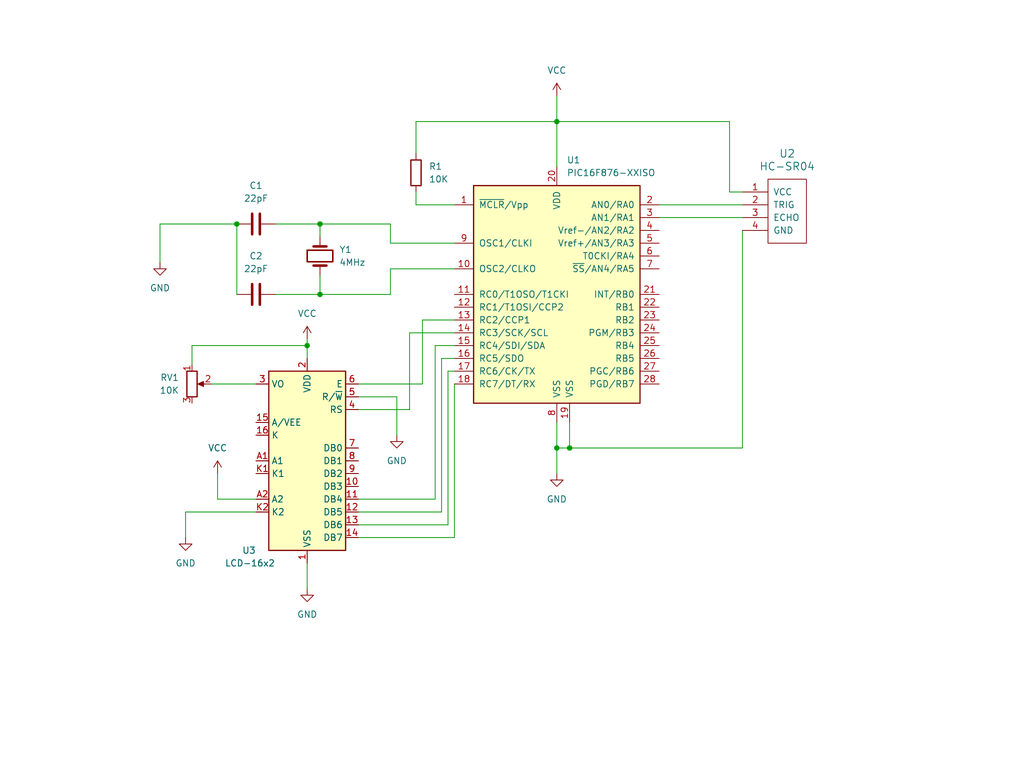
<source format=kicad_sch>
(kicad_sch (version 20230121) (generator eeschema)
  (paper "User" 203.2 152.4)
  (title_block (title "Distance - PIC16F876A with HC-SR04 and LCD16x2") (company "Ricardo Lima Caratti"))
  (lib_symbols
    (symbol "Device:C" (pin_numbers hide) (pin_names (offset 0.254))
      (property "Reference" "C" (at 0.635 2.54 0))
      (property "Value" "C" (at 0.635 -2.54 0))
      (symbol "C_0_1"
        (polyline (pts (xy -2.032 -0.762) (xy 2.032 -0.762)) (stroke (width 0.508)))
        (polyline (pts (xy -2.032 0.762) (xy 2.032 0.762)) (stroke (width 0.508)))
      )
      (symbol "C_1_1"
        (pin passive line (at 0 3.81 270) (length 2.794) (name "~") (number "1"))
        (pin passive line (at 0 -3.81 90) (length 2.794) (name "~") (number "2"))
      )
    )
    (symbol "Device:Crystal" (pin_numbers hide) (pin_names (offset 1.016) hide)
      (property "Reference" "Y" (at 0 3.81 0))
      (property "Value" "Crystal" (at 0 -3.81 0))
      (symbol "Crystal_0_1"
        (rectangle (start -1.143 2.54) (end 1.143 -2.54) (stroke (width 0.3048)))
        (polyline (pts (xy -2.54 0) (xy -1.905 0)))
        (polyline (pts (xy -1.905 -1.27) (xy -1.905 1.27)) (stroke (width 0.508)))
        (polyline (pts (xy 1.905 -1.27) (xy 1.905 1.27)) (stroke (width 0.508)))
        (polyline (pts (xy 2.54 0) (xy 1.905 0)))
      )
      (symbol "Crystal_1_1"
        (pin passive line (at -3.81 0 0) (length 1.27) (name "1") (number "1"))
        (pin passive line (at 3.81 0 180) (length 1.27) (name "2") (number "2"))
      )
    )
    (symbol "Device:R" (pin_numbers hide) (pin_names (offset 0))
      (property "Reference" "R" (at 2.032 0 90))
      (property "Value" "R" (at 0 0 90))
      (symbol "R_0_1"
        (rectangle (start -1.016 -2.54) (end 1.016 2.54) (stroke (width 0.254)))
      )
      (symbol "R_1_1"
        (pin passive line (at 0 3.81 270) (length 1.27) (name "~") (number "1"))
        (pin passive line (at 0 -3.81 90) (length 1.27) (name "~") (number "2"))
      )
    )
    (symbol "Device:R_Potentiometer" (pin_names (offset 1.016) hide)
      (property "Reference" "RV" (at -4.445 0 90))
      (property "Value" "R_Potentiometer" (at -2.54 0 90))
      (symbol "R_Potentiometer_0_1"
        (polyline (pts (xy 2.54 0) (xy 1.524 0)))
        (polyline (pts (xy 1.143 0) (xy 2.286 0.508) (xy 2.286 -0.508) (xy 1.143 0)) (fill (type outline)))
        (rectangle (start 1.016 2.54) (end -1.016 -2.54) (stroke (width 0.254)))
      )
      (symbol "R_Potentiometer_1_1"
        (pin passive line (at 0 3.81 270) (length 1.27) (name "1") (number "1"))
        (pin passive line (at 3.81 0 180) (length 1.27) (name "2") (number "2"))
        (pin passive line (at 0 -3.81 90) (length 1.27) (name "3") (number "3"))
      )
    )
    (symbol "Display_Character:LCD-016N002L"
      (property "Reference" "U" (at -6.35 18.796 0))
      (property "Value" "LCD-016N002L" (at 8.636 18.796 0))
      (symbol "LCD-016N002L_1_1"
        (rectangle (start -7.62 17.78) (end 7.62 -17.78) (stroke (width 0.254)) (fill (type background)))
        (pin power_in line (at 0 -20.32 90) (length 2.54) (name "VSS") (number "1"))
        (pin bidirectional line (at -10.16 -5.08 0) (length 2.54) (name "DB3") (number "10"))
        (pin bidirectional line (at -10.16 -7.62 0) (length 2.54) (name "DB4") (number "11"))
        (pin bidirectional line (at -10.16 -10.16 0) (length 2.54) (name "DB5") (number "12"))
        (pin bidirectional line (at -10.16 -12.7 0) (length 2.54) (name "DB6") (number "13"))
        (pin bidirectional line (at -10.16 -15.24 0) (length 2.54) (name "DB7") (number "14"))
        (pin power_in line (at 10.16 7.62 180) (length 2.54) (name "A/VEE") (number "15"))
        (pin power_in line (at 10.16 5.08 180) (length 2.54) (name "K") (number "16"))
        (pin power_in line (at 0 20.32 270) (length 2.54) (name "VDD") (number "2"))
        (pin input line (at 10.16 15.24 180) (length 2.54) (name "VO") (number "3"))
        (pin input line (at -10.16 10.16 0) (length 2.54) (name "RS") (number "4"))
        (pin input line (at -10.16 12.7 0) (length 2.54) (name "R/~{W}") (number "5"))
        (pin input line (at -10.16 15.24 0) (length 2.54) (name "E") (number "6"))
        (pin bidirectional line (at -10.16 2.54 0) (length 2.54) (name "DB0") (number "7"))
        (pin bidirectional line (at -10.16 0 0) (length 2.54) (name "DB1") (number "8"))
        (pin bidirectional line (at -10.16 -2.54 0) (length 2.54) (name "DB2") (number "9"))
        (pin power_in line (at 10.16 0 180) (length 2.54) (name "A1") (number "A1"))
        (pin power_in line (at 10.16 -7.62 180) (length 2.54) (name "A2") (number "A2"))
        (pin power_in line (at 10.16 -2.54 180) (length 2.54) (name "K1") (number "K1"))
        (pin power_in line (at 10.16 -10.16 180) (length 2.54) (name "K2") (number "K2"))
      )
    )
    (symbol "MCU_Microchip_PIC16:PIC16F876-XXISO" (pin_names (offset 1.016))
      (property "Reference" "U" (at 2.54 25.4 0))
      (property "Value" "PIC16F876-XXISO" (at 2.54 22.86 0))
      (symbol "PIC16F876-XXISO_0_1"
        (rectangle (start -16.51 21.59) (end 16.51 -21.59) (stroke (width 0.254)) (fill (type background)))
      )
      (symbol "PIC16F876-XXISO_1_1"
        (pin input line (at -20.32 17.78 0) (length 3.81) (name "~{MCLR}/Vpp") (number "1"))
        (pin output line (at -20.32 5.08 0) (length 3.81) (name "OSC2/CLKO") (number "10"))
        (pin bidirectional line (at -20.32 0 0) (length 3.81) (name "RC0/T1OSO/T1CKI") (number "11"))
        (pin bidirectional line (at -20.32 -2.54 0) (length 3.81) (name "RC1/T1OSI/CCP2") (number "12"))
        (pin bidirectional line (at -20.32 -5.08 0) (length 3.81) (name "RC2/CCP1") (number "13"))
        (pin bidirectional line (at -20.32 -7.62 0) (length 3.81) (name "RC3/SCK/SCL") (number "14"))
        (pin bidirectional line (at -20.32 -10.16 0) (length 3.81) (name "RC4/SDI/SDA") (number "15"))
        (pin bidirectional line (at -20.32 -12.7 0) (length 3.81) (name "RC5/SDO") (number "16"))
        (pin bidirectional line (at -20.32 -15.24 0) (length 3.81) (name "RC6/CK/TX") (number "17"))
        (pin bidirectional line (at -20.32 -17.78 0) (length 3.81) (name "RC7/DT/RX") (number "18"))
        (pin power_in line (at 2.54 -25.4 90) (length 3.81) (name "VSS") (number "19"))
        (pin bidirectional line (at 20.32 17.78 180) (length 3.81) (name "AN0/RA0") (number "2"))
        (pin power_in line (at 0 25.4 270) (length 3.81) (name "VDD") (number "20"))
        (pin bidirectional line (at 20.32 0 180) (length 3.81) (name "INT/RB0") (number "21"))
        (pin bidirectional line (at 20.32 -2.54 180) (length 3.81) (name "RB1") (number "22"))
        (pin bidirectional line (at 20.32 -5.08 180) (length 3.81) (name "RB2") (number "23"))
        (pin bidirectional line (at 20.32 -7.62 180) (length 3.81) (name "PGM/RB3") (number "24"))
        (pin bidirectional line (at 20.32 -10.16 180) (length 3.81) (name "RB4") (number "25"))
        (pin bidirectional line (at 20.32 -12.7 180) (length 3.81) (name "RB5") (number "26"))
        (pin bidirectional line (at 20.32 -15.24 180) (length 3.81) (name "PGC/RB6") (number "27"))
        (pin bidirectional line (at 20.32 -17.78 180) (length 3.81) (name "PGD/RB7") (number "28"))
        (pin bidirectional line (at 20.32 15.24 180) (length 3.81) (name "AN1/RA1") (number "3"))
        (pin bidirectional line (at 20.32 12.7 180) (length 3.81) (name "Vref-/AN2/RA2") (number "4"))
        (pin bidirectional line (at 20.32 10.16 180) (length 3.81) (name "Vref+/AN3/RA3") (number "5"))
        (pin bidirectional line (at 20.32 7.62 180) (length 3.81) (name "T0CKI/RA4") (number "6"))
        (pin bidirectional line (at 20.32 5.08 180) (length 3.81) (name "~{SS}/AN4/RA5") (number "7"))
        (pin power_in line (at 0 -25.4 90) (length 3.81) (name "VSS") (number "8"))
        (pin input line (at -20.32 10.16 0) (length 3.81) (name "OSC1/CLKI") (number "9"))
      )
    )
    (symbol "hc-sr04:HC-SR04" (pin_names (offset 1.016))
      (property "Reference" "U" (at -6.35 -7.62 0))
      (property "Value" "HC-SR04" (at -2.54 7.62 0))
      (symbol "HC-SR04_0_1"
        (rectangle (start 0 6.35) (end -7.62 -6.35))
      )
      (symbol "HC-SR04_1_1"
        (pin input line (at 5.08 3.81 180) (length 5.08) (name "VCC") (number "1"))
        (pin input line (at 5.08 1.27 180) (length 5.08) (name "TRIG") (number "2"))
        (pin input line (at 5.08 -1.27 180) (length 5.08) (name "ECHO") (number "3"))
        (pin input line (at 5.08 -3.81 180) (length 5.08) (name "GND") (number "4"))
      )
    )
    (symbol "power:GND" (power) (pin_names (offset 0))
      (property "Value" "GND" (at 0 -3.81 0))
      (symbol "GND_0_1"
        (polyline (pts (xy 0 0) (xy 0 -1.27) (xy 1.27 -1.27) (xy 0 -2.54) (xy -1.27 -1.27) (xy 0 -1.27)))
      )
      (symbol "GND_1_1"
        (pin power_in line (at 0 0 270) (length 0) hide (name "GND") (number "1"))
      )
    )
    (symbol "power:VCC" (power) (pin_names (offset 0))
      (property "Value" "VCC" (at 0 3.81 0))
      (symbol "VCC_0_1"
        (polyline (pts (xy -0.762 1.27) (xy 0 2.54)))
        (polyline (pts (xy 0 0) (xy 0 2.54)))
        (polyline (pts (xy 0 2.54) (xy 0.762 1.27)))
      )
      (symbol "VCC_1_1"
        (pin power_in line (at 0 0 90) (length 0) hide (name "VCC") (number "1"))
      )
    )
  )
  (junction (at 63.5 58.42))
  (junction (at 46.99 44.45))
  (junction (at 113.03 88.9))
  (junction (at 110.49 88.9))
  (junction (at 110.49 24.13))
  (junction (at 63.5 44.45))
  (junction (at 60.96 68.58))
  (wire (pts (xy 86.36 99.06) (xy 86.36 68.58)))
  (wire (pts (xy 41.91 76.2) (xy 50.8 76.2)))
  (wire (pts (xy 110.49 19.05) (xy 110.49 24.13)))
  (wire (pts (xy 43.18 93.98) (xy 43.18 99.06)))
  (wire (pts (xy 54.61 58.42) (xy 63.5 58.42)))
  (wire (pts (xy 88.9 104.14) (xy 88.9 73.66)))
  (wire (pts (xy 63.5 46.99) (xy 63.5 44.45)))
  (wire (pts (xy 31.75 52.07) (xy 31.75 44.45)))
  (wire (pts (xy 87.63 101.6) (xy 87.63 71.12)))
  (wire (pts (xy 71.12 81.28) (xy 81.28 81.28)))
  (wire (pts (xy 81.28 66.04) (xy 90.17 66.04)))
  (wire (pts (xy 82.55 40.64) (xy 90.17 40.64)))
  (wire (pts (xy 77.47 48.26) (xy 77.47 44.45)))
  (wire (pts (xy 63.5 58.42) (xy 77.47 58.42)))
  (wire (pts (xy 147.32 88.9) (xy 147.32 45.72)))
  (wire (pts (xy 71.12 106.68) (xy 90.17 106.68)))
  (wire (pts (xy 110.49 88.9) (xy 110.49 93.98)))
  (wire (pts (xy 77.47 53.34) (xy 77.47 58.42)))
  (wire (pts (xy 110.49 24.13) (xy 110.49 33.02)))
  (wire (pts (xy 82.55 30.48) (xy 82.55 24.13)))
  (wire (pts (xy 63.5 44.45) (xy 54.61 44.45)))
  (wire (pts (xy 144.78 24.13) (xy 110.49 24.13)))
  (wire (pts (xy 60.96 68.58) (xy 60.96 71.12)))
  (wire (pts (xy 38.1 72.39) (xy 38.1 68.58)))
  (wire (pts (xy 87.63 71.12) (xy 90.17 71.12)))
  (wire (pts (xy 110.49 83.82) (xy 110.49 88.9)))
  (wire (pts (xy 50.8 101.6) (xy 36.83 101.6)))
  (wire (pts (xy 86.36 68.58) (xy 90.17 68.58)))
  (wire (pts (xy 77.47 44.45) (xy 63.5 44.45)))
  (wire (pts (xy 147.32 38.1) (xy 144.78 38.1)))
  (wire (pts (xy 82.55 24.13) (xy 110.49 24.13)))
  (wire (pts (xy 71.12 101.6) (xy 87.63 101.6)))
  (wire (pts (xy 63.5 54.61) (xy 63.5 58.42)))
  (wire (pts (xy 83.82 63.5) (xy 90.17 63.5)))
  (wire (pts (xy 60.96 111.76) (xy 60.96 116.84)))
  (wire (pts (xy 71.12 99.06) (xy 86.36 99.06)))
  (wire (pts (xy 113.03 88.9) (xy 147.32 88.9)))
  (wire (pts (xy 38.1 68.58) (xy 60.96 68.58)))
  (wire (pts (xy 71.12 78.74) (xy 78.74 78.74)))
  (wire (pts (xy 130.81 43.18) (xy 147.32 43.18)))
  (wire (pts (xy 36.83 101.6) (xy 36.83 106.68)))
  (wire (pts (xy 88.9 73.66) (xy 90.17 73.66)))
  (wire (pts (xy 60.96 67.31) (xy 60.96 68.58)))
  (wire (pts (xy 110.49 88.9) (xy 113.03 88.9)))
  (wire (pts (xy 83.82 76.2) (xy 83.82 63.5)))
  (wire (pts (xy 71.12 76.2) (xy 83.82 76.2)))
  (wire (pts (xy 71.12 104.14) (xy 88.9 104.14)))
  (wire (pts (xy 90.17 53.34) (xy 77.47 53.34)))
  (wire (pts (xy 31.75 44.45) (xy 46.99 44.45)))
  (wire (pts (xy 50.8 99.06) (xy 43.18 99.06)))
  (wire (pts (xy 46.99 44.45) (xy 46.99 58.42)))
  (wire (pts (xy 130.81 40.64) (xy 147.32 40.64)))
  (wire (pts (xy 90.17 106.68) (xy 90.17 76.2)))
  (wire (pts (xy 81.28 81.28) (xy 81.28 66.04)))
  (wire (pts (xy 144.78 38.1) (xy 144.78 24.13)))
  (wire (pts (xy 78.74 78.74) (xy 78.74 86.36)))
  (wire (pts (xy 113.03 83.82) (xy 113.03 88.9)))
  (wire (pts (xy 90.17 48.26) (xy 77.47 48.26)))
  (wire (pts (xy 82.55 38.1) (xy 82.55 40.64)))
  (symbol (lib_id "power:GND") (at 78.74 86.36 0) (unit 1)
    (property "Reference" "#PWR07" (effects hide))
    (property "Value" "GND" (at 78.74 91.44 0))
  )
  (symbol (lib_id "Device:R") (at 82.55 34.29 0) (unit 1)
    (property "Reference" "R1" (at 85.09 33.02 0) (effects (justify left)))
    (property "Value" "10K" (at 85.09 35.56 0) (effects (justify left)))
  )
  (symbol (lib_id "hc-sr04:HC-SR04") (at 152.4 41.91 0) (mirror y) (unit 1)
    (property "Reference" "U2" (at 156.21 30.48 0) (effects (font (size 1.524 1.524))))
    (property "Value" "HC-SR04" (at 156.21 33.02 0) (effects (font (size 1.524 1.524))))
  )
  (symbol (lib_id "Display_Character:LCD-016N002L") (at 60.96 91.44 0) (mirror y) (unit 1)
    (property "Reference" "U3" (at 50.8 109.22 0) (effects (justify left)))
    (property "Value" "LCD-16x2" (at 54.61 111.76 0) (effects (justify left)))
    (property "Footprint" "Display:LCD-016N002L" (effects hide))
    (property "Datasheet" "http://www.vishay.com/docs/37299/37299.pdf" (effects hide))
  )
  (symbol (lib_id "power:GND") (at 31.75 52.07 0) (unit 1)
    (property "Reference" "#PWR01" (effects hide))
    (property "Value" "GND" (at 31.75 57.15 0))
  )
  (symbol (lib_id "Device:R_Potentiometer") (at 38.1 76.2 0) (unit 1)
    (property "Reference" "RV1" (at 35.56 74.93 0) (effects (justify right)))
    (property "Value" "10K" (at 35.56 77.47 0) (effects (justify right)))
  )
  (symbol (lib_id "power:GND") (at 36.83 106.68 0) (unit 1)
    (property "Reference" "#PWR05" (effects hide))
    (property "Value" "GND" (at 36.83 111.76 0))
  )
  (symbol (lib_id "Device:Crystal") (at 63.5 50.8 90) (unit 1)
    (property "Reference" "Y1" (at 67.31 49.53 90) (effects (justify right)))
    (property "Value" "4MHz" (at 67.31 52.07 90) (effects (justify right)))
  )
  (symbol (lib_id "power:GND") (at 60.96 116.84 0) (unit 1)
    (property "Reference" "#PWR08" (effects hide))
    (property "Value" "GND" (at 60.96 121.92 0))
  )
  (symbol (lib_id "power:VCC") (at 60.96 67.31 0) (unit 1)
    (property "Reference" "#PWR04" (effects hide))
    (property "Value" "VCC" (at 60.96 62.23 0))
  )
  (symbol (lib_id "Device:C") (at 50.8 44.45 90) (unit 1)
    (property "Reference" "C1" (at 50.8 36.83 90))
    (property "Value" "22pF" (at 50.8 39.37 90))
  )
  (symbol (lib_id "MCU_Microchip_PIC16:PIC16F876-XXISO") (at 110.49 58.42 0) (unit 1)
    (property "Reference" "U1" (at 112.4459 31.75 0) (effects (justify left)))
    (property "Value" "PIC16F876-XXISO" (at 112.4459 34.29 0) (effects (justify left)))
    (property "Datasheet" "http://ww1.microchip.com/downloads/en/DeviceDoc/30292C.pdf" (effects hide))
  )
  (symbol (lib_id "power:GND") (at 110.49 93.98 0) (unit 1)
    (property "Reference" "#PWR03" (effects hide))
    (property "Value" "GND" (at 110.49 99.06 0))
  )
  (symbol (lib_id "Device:C") (at 50.8 58.42 90) (unit 1)
    (property "Reference" "C2" (at 50.8 50.8 90))
    (property "Value" "22pF" (at 50.8 53.34 90))
  )
  (symbol (lib_id "power:VCC") (at 110.49 19.05 0) (unit 1)
    (property "Reference" "#PWR02" (effects hide))
    (property "Value" "VCC" (at 110.49 13.97 0))
  )
  (symbol (lib_id "power:VCC") (at 43.18 93.98 0) (unit 1)
    (property "Reference" "#PWR06" (effects hide))
    (property "Value" "VCC" (at 43.18 88.9 0))
  )
)
</source>
